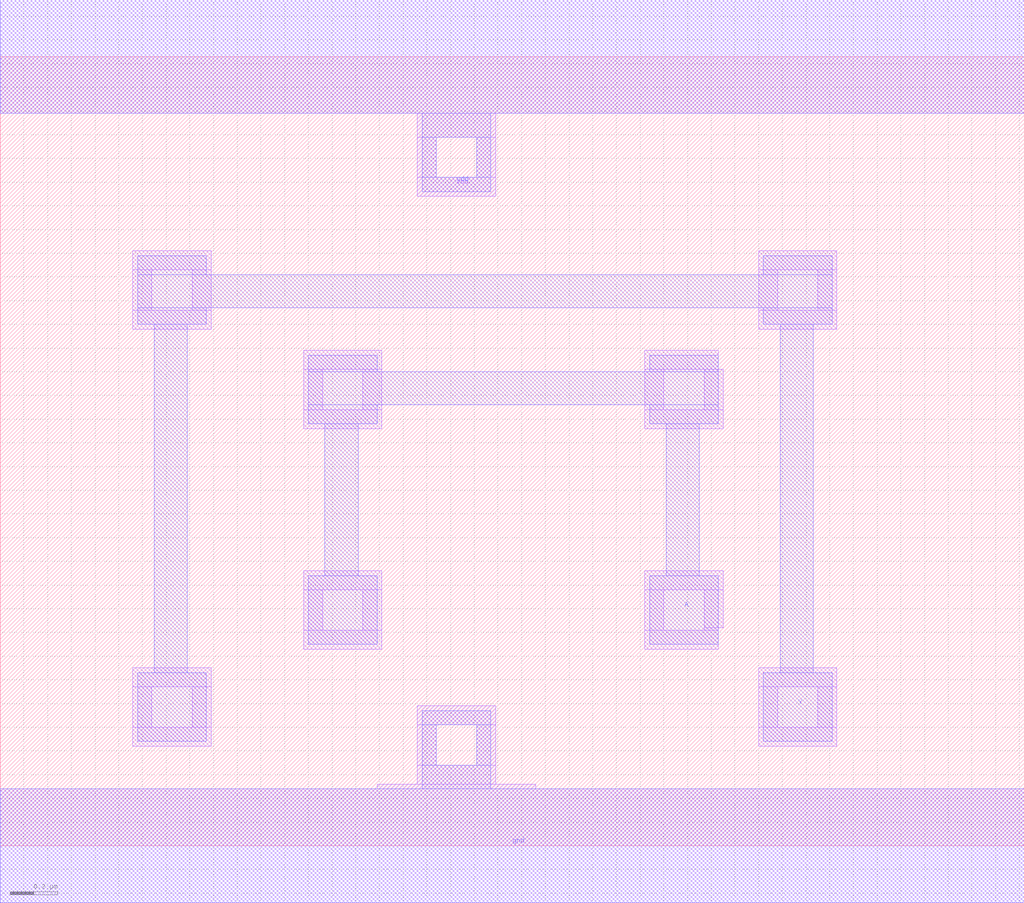
<source format=lef>
VERSION 5.7 ;
  NOWIREEXTENSIONATPIN ON ;
  DIVIDERCHAR "/" ;
  BUSBITCHARS "[]" ;
MACRO INVX4
  CLASS CORE ;
  FOREIGN INVX4 ;
  ORIGIN 0.000 0.000 ;
  SIZE 4.320 BY 3.330 ;
  SYMMETRY X Y R90 ;
  SITE unit ;
  PIN vdd
    DIRECTION INOUT ;
    USE POWER ;
    SHAPE ABUTMENT ;
    PORT
      LAYER met1 ;
        RECT 0.000 3.090 4.320 3.570 ;
        RECT 1.780 2.990 2.070 3.090 ;
        RECT 1.780 2.820 1.840 2.990 ;
        RECT 2.010 2.820 2.070 2.990 ;
        RECT 1.780 2.760 2.070 2.820 ;
    END
    PORT
      LAYER li1 ;
        RECT 0.000 3.090 4.320 3.570 ;
        RECT 1.760 2.990 2.090 3.090 ;
        RECT 1.760 2.820 1.840 2.990 ;
        RECT 2.010 2.820 2.090 2.990 ;
        RECT 1.760 2.740 2.090 2.820 ;
    END
  END vdd
  PIN gnd
    DIRECTION INOUT ;
    USE GROUND ;
    SHAPE ABUTMENT ;
    PORT
      LAYER met1 ;
        RECT 1.780 0.510 2.070 0.570 ;
        RECT 1.780 0.340 1.840 0.510 ;
        RECT 2.010 0.340 2.070 0.510 ;
        RECT 1.780 0.240 2.070 0.340 ;
        RECT 0.000 -0.240 4.320 0.240 ;
    END
    PORT
      LAYER li1 ;
        RECT 1.760 0.510 2.090 0.590 ;
        RECT 1.760 0.340 1.840 0.510 ;
        RECT 2.010 0.340 2.090 0.510 ;
        RECT 1.760 0.260 2.090 0.340 ;
        RECT 1.590 0.240 2.260 0.260 ;
        RECT 0.000 -0.240 4.320 0.240 ;
    END
  END gnd
  PIN Y
    DIRECTION INOUT ;
    USE SIGNAL ;
    SHAPE ABUTMENT ;
    PORT
      LAYER met1 ;
        RECT 0.580 2.410 0.870 2.490 ;
        RECT 3.220 2.410 3.510 2.490 ;
        RECT 0.580 2.270 3.510 2.410 ;
        RECT 0.580 2.200 0.870 2.270 ;
        RECT 3.220 2.200 3.510 2.270 ;
        RECT 0.650 0.730 0.790 2.200 ;
        RECT 3.290 0.730 3.430 2.200 ;
        RECT 0.580 0.440 0.870 0.730 ;
        RECT 3.220 0.440 3.510 0.730 ;
    END
  END Y
  PIN A
    DIRECTION INOUT ;
    USE SIGNAL ;
    SHAPE ABUTMENT ;
    PORT
      LAYER met1 ;
        RECT 1.300 2.000 1.590 2.070 ;
        RECT 2.740 2.000 3.030 2.070 ;
        RECT 1.300 1.860 3.030 2.000 ;
        RECT 1.300 1.780 1.590 1.860 ;
        RECT 2.740 1.780 3.030 1.860 ;
        RECT 1.370 1.140 1.510 1.780 ;
        RECT 2.810 1.140 2.950 1.780 ;
        RECT 1.300 0.850 1.590 1.140 ;
        RECT 2.740 0.850 3.030 1.140 ;
    END
  END A
  OBS
      LAYER li1 ;
        RECT 0.560 2.430 0.890 2.510 ;
        RECT 0.560 2.260 0.640 2.430 ;
        RECT 0.810 2.260 0.890 2.430 ;
        RECT 0.560 2.180 0.890 2.260 ;
        RECT 3.200 2.430 3.530 2.510 ;
        RECT 3.200 2.260 3.280 2.430 ;
        RECT 3.450 2.260 3.530 2.430 ;
        RECT 3.200 2.180 3.530 2.260 ;
        RECT 1.280 2.010 1.610 2.090 ;
        RECT 1.280 1.840 1.360 2.010 ;
        RECT 1.530 1.840 1.610 2.010 ;
        RECT 1.280 1.760 1.610 1.840 ;
        RECT 2.720 2.010 3.030 2.090 ;
        RECT 2.720 1.840 2.800 2.010 ;
        RECT 2.970 1.840 3.050 2.010 ;
        RECT 2.720 1.760 3.050 1.840 ;
        RECT 1.280 1.080 1.610 1.160 ;
        RECT 1.280 0.910 1.360 1.080 ;
        RECT 1.530 0.910 1.610 1.080 ;
        RECT 1.280 0.830 1.610 0.910 ;
        RECT 2.720 1.080 3.050 1.160 ;
        RECT 2.720 0.910 2.800 1.080 ;
        RECT 2.970 0.920 3.050 1.080 ;
        RECT 2.970 0.910 3.030 0.920 ;
        RECT 2.720 0.830 3.030 0.910 ;
        RECT 0.560 0.670 0.890 0.750 ;
        RECT 0.560 0.500 0.640 0.670 ;
        RECT 0.810 0.500 0.890 0.670 ;
        RECT 0.560 0.420 0.890 0.500 ;
        RECT 3.200 0.670 3.530 0.750 ;
        RECT 3.200 0.500 3.280 0.670 ;
        RECT 3.450 0.500 3.530 0.670 ;
        RECT 3.200 0.420 3.530 0.500 ;
  END
END INVX4
END LIBRARY


</source>
